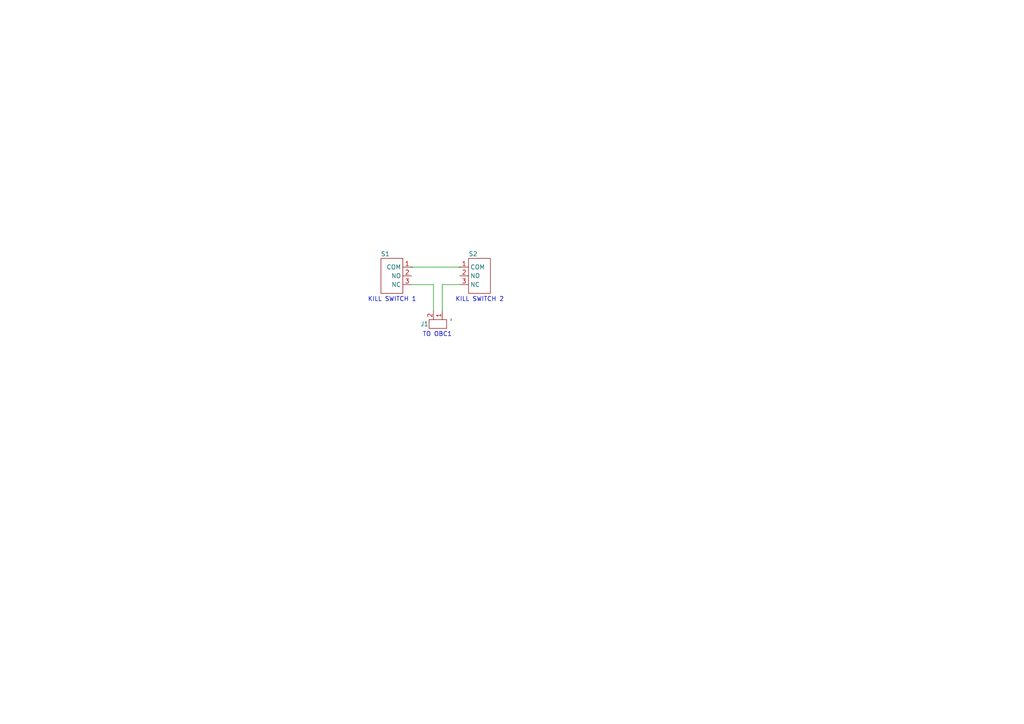
<source format=kicad_sch>
(kicad_sch (version 20230121) (generator eeschema)
  (paper "A4")
  (lib_symbols
    (symbol "thesis:D2F-L2-A"
      (property "Reference" "S" (at 1.27 1.27 0))
      (symbol "D2F-L2-A_0_0"
        (pin passive line (at 8.89 -2.54 180) (length 2.54) (name "COM") (number "1"))
        (pin passive line (at 8.89 -5.08 180) (length 2.54) (name "NO") (number "2"))
        (pin passive line (at 8.89 -7.62 180) (length 2.54) (name "NC") (number "3"))
      )
      (symbol "D2F-L2-A_0_1"
        (rectangle (start 0 0) (end 6.35 -10.16))
      )
    )
    (symbol "thesis:D2F-L2-A1"
      (property "Reference" "S" (at 1.27 1.27 0))
      (symbol "D2F-L2-A1_0_0"
        (pin passive line (at -2.54 -2.54 0) (length 2.54) (name "COM") (number "1"))
        (pin passive line (at -2.54 -5.08 0) (length 2.54) (name "NO") (number "2"))
        (pin passive line (at -2.54 -7.62 0) (length 2.54) (name "NC") (number "3"))
      )
      (symbol "D2F-L2-A1_0_1"
        (rectangle (start 0 0) (end 6.35 -10.16))
      )
    )
    (symbol "thesis:Molex_Picoblade_2x1_vert"
      (property "Reference" "J" (at 0 1.27 0))
      (symbol "Molex_Picoblade_2x1_vert_0_0"
        (pin passive line (at -2.54 -1.27 0) (length 2.54) (name "") (number "1"))
        (pin passive line (at -2.54 -3.81 0) (length 2.54) (name "") (number "2"))
      )
      (symbol "Molex_Picoblade_2x1_vert_0_1"
        (rectangle (start 0 0) (end 2.54 -5.08))
      )
    )
  )
  (wire (pts (xy 119.38 82.55) (xy 125.73 82.55)))
  (wire (pts (xy 128.27 90.17) (xy 128.27 82.55)))
  (wire (pts (xy 119.38 77.47) (xy 133.35 77.47)))
  (wire (pts (xy 128.27 82.55) (xy 133.35 82.55)))
  (wire (pts (xy 125.73 82.55) (xy 125.73 90.17)))
  (text "KILL SWITCH 1" (at 106.68 87.63 0) (effects (font (size 1.27 1.27)) (justify left bottom)))
  (text "TO OBC1" (at 122.555 97.79 0) (effects (font (size 1.27 1.27)) (justify left bottom)))
  (text "KILL SWITCH 2" (at 132.08 87.63 0) (effects (font (size 1.27 1.27)) (justify left bottom)))
  (symbol (lib_id "thesis:Molex_Picoblade_2x1_vert") (at 129.54 92.71 270) (unit 1)
    (property "Reference" "J1" (at 121.92 93.98 90) (effects (justify left)))
    (property "Value" "~" (at 130.81 92.71 0))
    (property "Footprint" "thesis:Molex_Picoblade_2x1_vert" (effects hide))
  )
  (symbol (lib_id "thesis:D2F-L2-A1") (at 135.89 74.93 0) (unit 1)
    (property "Reference" "S2" (at 135.89 73.66 0) (effects (justify left)))
    (property "Value" "~" (at 133.35 77.47 0))
    (property "Footprint" "thesis:D2F-L2-A1" (effects hide))
  )
  (symbol (lib_id "thesis:D2F-L2-A") (at 110.49 74.93 0) (unit 1)
    (property "Reference" "S1" (at 111.76 73.66 0))
    (property "Value" "~" (at 119.38 77.47 0))
    (property "Footprint" "thesis:D2F-L2-A" (effects hide))
  )
)
</source>
